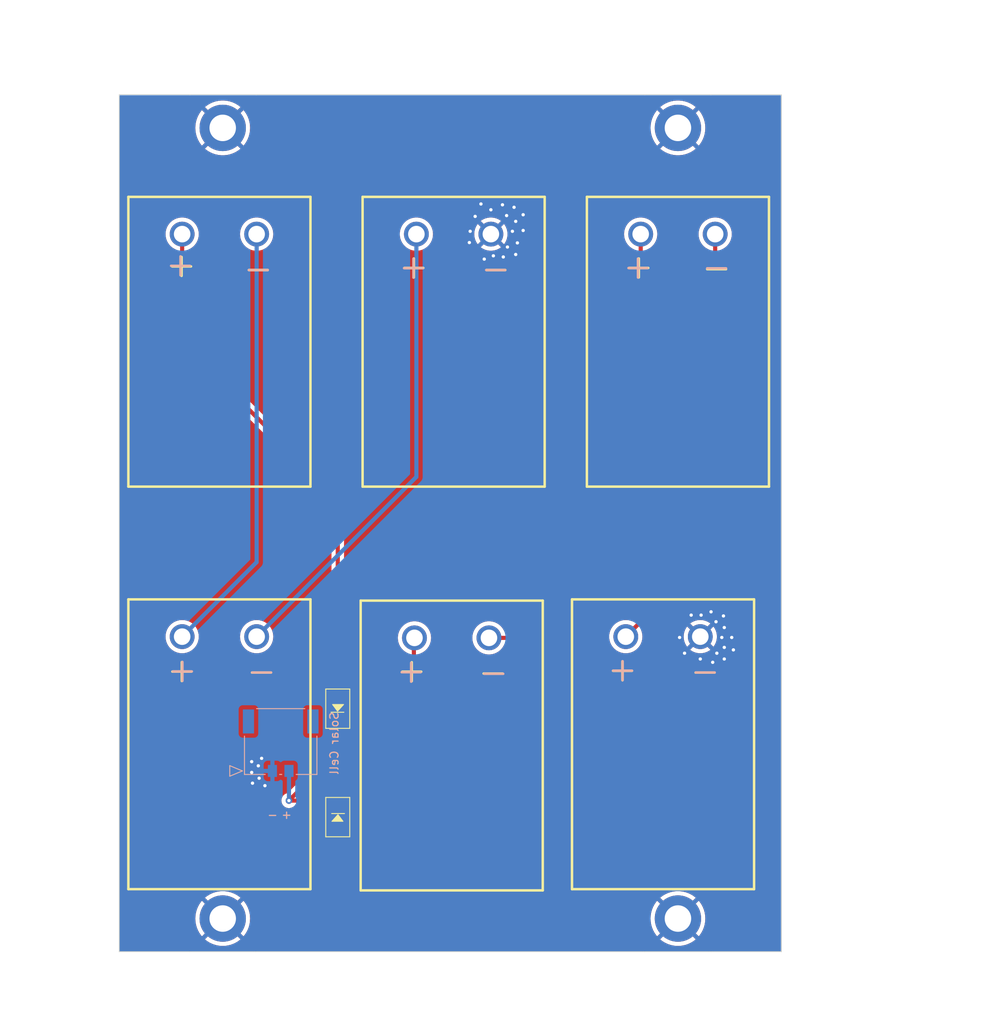
<source format=kicad_pcb>
(kicad_pcb (version 20221018) (generator pcbnew)
  (title_block (title "Solar Cell PCB (USB side)") (date "2023-01-03") (rev "3"))
  (layers (0 "F.Cu" signal) (31 "B.Cu" signal) (34 "B.Paste" user) (35 "F.Paste" user) (36 "B.SilkS" user "B.Silkscreen") (37 "F.SilkS" user "F.Silkscreen") (38 "B.Mask" user) (39 "F.Mask" user) (44 "Edge.Cuts" user))
  (net 0 "")
  (net 1 "GND")
  (net 2 "Net-(SC1-Pad2)")
  (net 3 "Net-(D1-Pad2)")
  (net 4 "Net-(D2-Pad2)")
  (net 5 "Net-(SC2-Pad2)")
  (net 6 "Net-(SC4-Pad2)")
  (net 7 "Net-(SC5-Pad2)")
  (net 8 "VSOLAR")
  (footprint "MountingHole:MountingHole_3.2mm_M3_DIN965_Pad" (layer "F.Cu") (at 84.6 42.75)
    (fp_text reference "H1")
    (fp_text value "MountingHole_Pad")
    (pad "1" thru_hole circle (at 0 0) (size 5.6 5.6) (drill 3.2) (layers "*.Cu" "*.Mask") (net 1 "GND"))
  )
  (footprint "ISP:SM101K07TF" (layer "F.Cu") (at 112.768 117.348 90)
    (fp_text reference "SC1")
    (fp_text value "SM101K07TF")
    (fp_text user "+" (at 8.85 -5.63 90) (layer "B.SilkS") (effects (font (size 3 3) (thickness 0.3)) (justify mirror)))
    (fp_text user "-" (at 8.92 4.5 180) (layer "F.SilkS") (effects (font (size 3 3) (thickness 0.3))))
    (fp_line (start -17.5 -11.5) (end 17.5 -11.5) (stroke (width 0.3)) (layer "F.SilkS"))
    (fp_line (start -17.5 10.5) (end -17.5 -11.5) (stroke (width 0.3)) (layer "F.SilkS"))
    (fp_line (start 17.5 -11.5) (end 17.5 10.5) (stroke (width 0.3)) (layer "F.SilkS"))
    (fp_line (start 17.5 10.5) (end -17.5 10.5) (stroke (width 0.3)) (layer "F.SilkS"))
    (pad "1" thru_hole circle (at 13 -5 90) (size 3 3) (drill 2) (layers "*.Mask" "F.Cu" "In1.Cu" "B.Cu") (net 3 "Net-(D1-Pad2)"))
    (pad "2" thru_hole circle (at 13 4 90) (size 3 3) (drill 2) (layers "*.Mask" "F.Cu" "In1.Cu" "B.Cu") (net 2 "Net-(SC1-Pad2)"))
  )
  (footprint "ISP:SM101K07TF" (layer "F.Cu") (at 138.3 117.2 90)
    (fp_text reference "SC3")
    (fp_text value "SM101K07TF")
    (fp_text user "+" (at 8.89 -5.62 90) (layer "B.SilkS") (effects (font (size 3 3) (thickness 0.3))))
    (fp_text user "-" (at 8.89 4.58) (layer "F.SilkS") (effects (font (size 3 3) (thickness 0.3))))
    (fp_line (start -17.5 -11.5) (end 17.5 -11.5) (stroke (width 0.3)) (layer "F.SilkS"))
    (fp_line (start -17.5 10.5) (end -17.5 -11.5) (stroke (width 0.3)) (layer "F.SilkS"))
    (fp_line (start 17.5 -11.5) (end 17.5 10.5) (stroke (width 0.3)) (layer "F.SilkS"))
    (fp_line (start 17.5 10.5) (end -17.5 10.5) (stroke (width 0.3)) (layer "F.SilkS"))
    (pad "1" thru_hole circle (at 13 -5 90) (size 3 3) (drill 2) (layers "*.Mask" "F.Cu" "In1.Cu" "B.Cu") (net 5 "Net-(SC2-Pad2)"))
    (pad "2" thru_hole circle (at 13 4 90) (size 3 3) (drill 2) (layers "*.Mask" "F.Cu" "In1.Cu" "B.Cu") (net 1 "GND"))
  )
  (footprint "ISP:DO-214AC" (layer "F.Cu") (at 98.5 112.9 90)
    (fp_text reference "D2")
    (fp_text value "CDBA240LL-HF")
    (fp_line (start -2.375 -1.45) (end 2.375 -1.45) (stroke (width 0.12)) (layer "F.SilkS"))
    (fp_line (start -2.375 1.45) (end -2.375 -1.45) (stroke (width 0.12)) (layer "F.SilkS"))
    (fp_line (start -2.375 1.45) (end 2.375 1.45) (stroke (width 0.12)) (layer "F.SilkS"))
    (fp_line (start -0.4318 -0.8128) (end -0.4318 0.7366) (stroke (width 0.12)) (layer "F.SilkS"))
    (fp_line (start 2.375 1.45) (end 2.375 -1.45) (stroke (width 0.12)) (layer "F.SilkS"))
    (fp_poly (pts (xy 0.508 0.7112) (xy -0.3048 -0.0254) (xy 0.508 -0.635)) (stroke (width 0.1)) (fill solid) (layer "F.SilkS"))
    (pad "1" smd rect (at -2 0 90) (size 2.5 1.7) (layers "F.Cu" "F.Paste" "F.Mask") (net 8 "VSOLAR"))
    (pad "2" smd rect (at 2 0 90) (size 2.5 1.7) (layers "F.Cu" "F.Paste" "F.Mask") (net 4 "Net-(D2-Pad2)"))
  )
  (footprint "MountingHole:MountingHole_3.2mm_M3_DIN965_Pad" (layer "F.Cu") (at 139.6 138.25)
    (fp_text reference "H7")
    (fp_text value "MountingHole_Pad")
    (pad "1" thru_hole circle (at 0 0) (size 5.6 5.6) (drill 3.2) (layers "*.Cu" "*.Mask") (net 1 "GND"))
  )
  (footprint "ISP:SM101K07TF" (layer "F.Cu") (at 84.7 117.2 90)
    (fp_text reference "SC5")
    (fp_text value "SM101K07TF")
    (fp_text user "+" (at 8.8 -5.2 90) (layer "B.SilkS") (effects (font (size 3 3) (thickness 0.3))))
    (fp_text user "-" (at 8.89 4.58) (layer "F.SilkS") (effects (font (size 3 3) (thickness 0.3))))
    (fp_line (start -17.5 -11.5) (end 17.5 -11.5) (stroke (width 0.3)) (layer "F.SilkS"))
    (fp_line (start -17.5 10.5) (end -17.5 -11.5) (stroke (width 0.3)) (layer "F.SilkS"))
    (fp_line (start 17.5 -11.5) (end 17.5 10.5) (stroke (width 0.3)) (layer "F.SilkS"))
    (fp_line (start 17.5 10.5) (end -17.5 10.5) (stroke (width 0.3)) (layer "F.SilkS"))
    (pad "1" thru_hole circle (at 13 -5 90) (size 3 3) (drill 2) (layers "*.Mask" "F.Cu" "In1.Cu" "B.Cu") (net 6 "Net-(SC4-Pad2)"))
    (pad "2" thru_hole circle (at 13 4 90) (size 3 3) (drill 2) (layers "*.Mask" "F.Cu" "In1.Cu" "B.Cu") (net 7 "Net-(SC5-Pad2)"))
  )
  (footprint "ISP:SM101K07TF" (layer "F.Cu") (at 140.1 68.58 90)
    (fp_text reference "SC2")
    (fp_text value "SM101K07TF")
    (fp_text user "+" (at 8.9 -5.56 90) (layer "B.SilkS") (effects (font (size 3 3) (thickness 0.3))))
    (fp_line (start -17.5 -11.5) (end 17.5 -11.5) (stroke (width 0.3)) (layer "F.SilkS"))
    (fp_line (start -17.5 10.5) (end -17.5 -11.5) (stroke (width 0.3)) (layer "F.SilkS"))
    (fp_line (start 17.5 -11.5) (end 17.5 10.5) (stroke (width 0.3)) (layer "F.SilkS"))
    (fp_line (start 17.5 10.5) (end -17.5 10.5) (stroke (width 0.3)) (layer "F.SilkS"))
    (pad "1" thru_hole circle (at 13 -5 90) (size 3 3) (drill 2) (layers "*.Mask" "F.Cu" "In1.Cu" "B.Cu") (net 2 "Net-(SC1-Pad2)"))
    (pad "2" thru_hole circle (at 13 4 90) (size 3 3) (drill 2) (layers "*.Mask" "F.Cu" "In1.Cu" "B.Cu") (net 5 "Net-(SC2-Pad2)"))
  )
  (footprint "ISP:DO-214AC" (layer "F.Cu") (at 98.5 126 -90)
    (fp_text reference "D1")
    (fp_text value "CDBA240LL-HF")
    (fp_line (start -2.375 -1.45) (end 2.375 -1.45) (stroke (width 0.12)) (layer "F.SilkS"))
    (fp_line (start -2.375 1.45) (end -2.375 -1.45) (stroke (width 0.12)) (layer "F.SilkS"))
    (fp_line (start -2.375 1.45) (end 2.375 1.45) (stroke (width 0.12)) (layer "F.SilkS"))
    (fp_line (start -0.4318 -0.8128) (end -0.4318 0.7366) (stroke (width 0.12)) (layer "F.SilkS"))
    (fp_line (start 2.375 1.45) (end 2.375 -1.45) (stroke (width 0.12)) (layer "F.SilkS"))
    (fp_poly (pts (xy 0.508 0.7112) (xy -0.3048 -0.0254) (xy 0.508 -0.635)) (stroke (width 0.1)) (fill solid) (layer "F.SilkS"))
    (pad "1" smd rect (at -2 0 270) (size 2.5 1.7) (layers "F.Cu" "F.Paste" "F.Mask") (net 8 "VSOLAR"))
    (pad "2" smd rect (at 2 0 270) (size 2.5 1.7) (layers "F.Cu" "F.Paste" "F.Mask") (net 3 "Net-(D1-Pad2)"))
  )
  (footprint "MountingHole:MountingHole_3.2mm_M3_DIN965_Pad" (layer "F.Cu") (at 84.6 138.25)
    (fp_text reference "H5")
    (fp_text value "MountingHole_Pad")
    (pad "1" thru_hole circle (at 0 0) (size 5.6 5.6) (drill 3.2) (layers "*.Cu" "*.Mask") (net 1 "GND"))
  )
  (footprint "ISP:SM101K07TF" (layer "F.Cu") (at 84.7 68.58 90)
    (fp_text reference "SC4")
    (fp_text value "SM101K07TF")
    (fp_text user "+" (at 9.1 -5.3 90) (layer "F.SilkS") (effects (font (size 3 3) (thickness 0.3))))
    (fp_text user "-" (at 8.89 4.2) (layer "F.SilkS") (effects (font (size 3 3) (thickness 0.3)) (justify mirror)))
    (fp_line (start -17.5 -11.5) (end 17.5 -11.5) (stroke (width 0.3)) (layer "F.SilkS"))
    (fp_line (start -17.5 10.5) (end -17.5 -11.5) (stroke (width 0.3)) (layer "F.SilkS"))
    (fp_line (start 17.5 -11.5) (end 17.5 10.5) (stroke (width 0.3)) (layer "F.SilkS"))
    (fp_line (start 17.5 10.5) (end -17.5 10.5) (stroke (width 0.3)) (layer "F.SilkS"))
    (pad "1" thru_hole circle (at 13 -5 90) (size 3 3) (drill 2) (layers "*.Mask" "F.Cu" "In1.Cu" "B.Cu") (net 4 "Net-(D2-Pad2)"))
    (pad "2" thru_hole circle (at 13 4 90) (size 3 3) (drill 2) (layers "*.Mask" "F.Cu" "In1.Cu" "B.Cu") (net 6 "Net-(SC4-Pad2)"))
  )
  (footprint "MountingHole:MountingHole_3.2mm_M3_DIN965_Pad" (layer "F.Cu") (at 139.6 42.75)
    (fp_text reference "H4")
    (fp_text value "MountingHole_Pad")
    (pad "1" thru_hole circle (at 0 0) (size 5.6 5.6) (drill 3.2) (layers "*.Cu" "*.Mask") (net 1 "GND"))
  )
  (footprint "ISP:SM101K07TF" (layer "F.Cu") (at 113 68.58 90)
    (fp_text reference "SC6")
    (fp_text value "SM101K07TF")
    (fp_text user "-" (at 8.89 4.58 180) (layer "B.SilkS") (effects (font (size 3 3) (thickness 0.3)) (justify mirror)))
    (fp_text user "+" (at 8.89 -5.58 90) (layer "B.SilkS") (effects (font (size 3 3) (thickness 0.3))))
    (fp_line (start -17.5 -11.5) (end 17.5 -11.5) (stroke (width 0.3)) (layer "F.SilkS"))
    (fp_line (start -17.5 10.5) (end -17.5 -11.5) (stroke (width 0.3)) (layer "F.SilkS"))
    (fp_line (start 17.5 -11.5) (end 17.5 10.5) (stroke (width 0.3)) (layer "F.SilkS"))
    (fp_line (start 17.5 10.5) (end -17.5 10.5) (stroke (width 0.3)) (layer "F.SilkS"))
    (pad "1" thru_hole circle (at 13 -5 90) (size 3 3) (drill 2) (layers "*.Mask" "F.Cu" "In1.Cu" "B.Cu") (net 7 "Net-(SC5-Pad2)"))
    (pad "2" thru_hole circle (at 13 4 90) (size 3 3) (drill 2) (layers "*.Mask" "F.Cu" "In1.Cu" "B.Cu") (net 1 "GND"))
  )
  (footprint "Molex_PicoLock_2p_2mm_2053380002:2053380002" (layer "B.Cu") (at 90.605 120.42 180)
    (fp_text reference "J1")
    (fp_text value "Solar Cell" (at -7.475 3.34 270) (layer "B.SilkS") (effects (justify mirror)))
    (fp_line (start -5.374991 -0.425) (end -2.870041 -0.425) (stroke (width 0.12)) (layer "B.SilkS"))
    (fp_line (start -5.374991 4.20496) (end -5.374991 -0.425) (stroke (width 0.12)) (layer "B.SilkS"))
    (fp_line (start -1.129961 -0.425) (end -0.87004 -0.425) (stroke (width 0.12)) (layer "B.SilkS"))
    (fp_line (start 0.87004 -0.425) (end 3.374992 -0.425) (stroke (width 0.12)) (layer "B.SilkS"))
    (fp_line (start 1.915982 7.525) (end -3.915981 7.525) (stroke (width 0.12)) (layer "B.SilkS"))
    (fp_line (start 3.374992 -0.425) (end 3.374992 4.20496) (stroke (width 0.12)) (layer "B.SilkS"))
    (fp_line (start 3.628992 0) (end 5.152992 0.635) (stroke (width 0.12)) (layer "B.SilkS"))
    (fp_line (start 5.152992 -0.635) (end 3.628992 0) (stroke (width 0.12)) (layer "B.SilkS"))
    (fp_line (start 5.152992 0.635) (end 5.152992 -0.635) (stroke (width 0.12)) (layer "B.SilkS"))
    (pad "1" smd rect (at 0 0 180) (size 1.1 1.45) (layers "B.Cu" "B.Paste" "B.Mask") (net 1 "GND"))
    (pad "2" smd rect (at -2.000001 0 180) (size 1.1 1.45) (layers "B.Cu" "B.Paste" "B.Mask") (net 8 "VSOLAR"))
    (pad "3" smd rect (at 2.894998 5.974999 180) (size 1.35 2.899999) (layers "B.Cu" "B.Paste" "B.Mask"))
    (pad "4" smd rect (at -4.894997 5.974999 180) (size 1.35 2.899999) (layers "B.Cu" "B.Paste" "B.Mask"))
  )
  (gr_line (start 143.6 38.75) (end 152.1 38.75) (stroke (width 0.1)) (layer "Edge.Cuts"))
  (gr_line (start 80.6 142.25) (end 88.6 142.25) (stroke (width 0.1)) (layer "Edge.Cuts"))
  (gr_line (start 135.6 142.25) (end 88.6 142.25) (stroke (width 0.1)) (layer "Edge.Cuts"))
  (gr_line (start 80.65 38.75) (end 88.65 38.75) (stroke (width 0.1)) (layer "Edge.Cuts"))
  (gr_line (start 135.6 38.75) (end 143.6 38.75) (stroke (width 0.1)) (layer "Edge.Cuts"))
  (gr_line (start 152.1 38.75) (end 152.1 142.25) (stroke (width 0.1)) (layer "Edge.Cuts"))
  (gr_line (start 80.6 142.25) (end 72.1 142.25) (stroke (width 0.1)) (layer "Edge.Cuts"))
  (gr_line (start 143.6 142.25) (end 152.1 142.25) (stroke (width 0.1)) (layer "Edge.Cuts"))
  (gr_line (start 135.6 142.25) (end 143.6 142.25) (stroke (width 0.1)) (layer "Edge.Cuts"))
  (gr_line (start 88.65 38.75) (end 135.6 38.75) (stroke (width 0.1)) (layer "Edge.Cuts"))
  (gr_line (start 80.65 38.75) (end 72.1 38.75) (stroke (width 0.1)) (layer "Edge.Cuts"))
  (gr_line (start 72.1 142.25) (end 72.1 38.75) (stroke (width 0.1)) (layer "Edge.Cuts"))
  (gr_text "-\n" (at 90.62 125.72) (layer "B.SilkS") (effects (font (size 1 1)) (justify mirror)))
  (gr_text "-" (at 89.3 108.3) (layer "B.SilkS") (effects (font (size 3 3) (thickness 0.3))))
  (gr_text "+" (at 92.32 125.7) (layer "B.SilkS") (effects (font (size 1 1)) (justify mirror)))
  (gr_text "-" (at 117.348 108.458) (layer "B.SilkS") (effects (font (size 3 3) (thickness 0.3))))
  (gr_text "+" (at 79.502 59.182) (layer "B.SilkS") (effects (font (size 3 3) (thickness 0.3))))
  (gr_text "-" (at 144.272 59.944 180) (layer "B.SilkS") (effects (font (size 3 3) (thickness 0.3))))
  (gr_text "-" (at 88.9 59.69) (layer "B.SilkS") (effects (font (size 3 3) (thickness 0.3))))
  (gr_text "-" (at 142.9 108.3) (layer "B.SilkS") (effects (font (size 3 3) (thickness 0.3))))
  (gr_text "+" (at 134.874 59.436) (layer "F.SilkS") (effects (font (size 3 3) (thickness 0.3))))
  (gr_text "+" (at 132.9 108.1) (layer "F.SilkS") (effects (font (size 3 3) (thickness 0.3))))
  (gr_text "+" (at 107.696 59.436) (layer "F.SilkS") (effects (font (size 3 3) (thickness 0.3))))
  (gr_text "-" (at 144.272 60.044 -180) (layer "F.SilkS") (effects (font (size 3 3) (thickness 0.3)) (justify mirror)))
  (gr_text "+" (at 79.66 108.19) (layer "F.SilkS") (effects (font (size 3 3) (thickness 0.3))))
  (gr_text "-" (at 117.602 59.69) (layer "F.SilkS") (effects (font (size 3 3) (thickness 0.3))))
  (gr_text "+" (at 107.442 108.204) (layer "F.SilkS") (effects (font (size 3 3) (thickness 0.3))))
  (via (at 146.1 104.3) (size 0.8) (drill 0.4) (layers "F.Cu" "B.Cu") (net 1))
  (via (at 145.2 106.9) (size 0.8) (drill 0.4) (layers "F.Cu" "B.Cu") (net 1))
  (via (at 144.3 106.2) (size 0.8) (drill 0.4) (layers "F.Cu" "B.Cu") (net 1))
  (via (at 142.4 101.6) (size 0.8) (drill 0.4) (layers "F.Cu" "B.Cu") (net 1))
  (via (at 120 58.04) (size 0.8) (drill 0.4) (layers "F.Cu" "B.Cu") (net 1))
  (via (at 144.2 102.4) (size 0.8) (drill 0.4) (layers "F.Cu" "B.Cu") (net 1))
  (via (at 120.9 53.24) (size 0.8) (drill 0.4) (layers "F.Cu" "B.Cu") (net 1))
  (via (at 141.2 101.6) (size 0.8) (drill 0.4) (layers "F.Cu" "B.Cu") (net 1))
  (via (at 117.3 58.2) (size 0.8) (drill 0.4) (layers "F.Cu" "B.Cu") (net 1))
  (via (at 118.4 52.04) (size 0.8) (drill 0.4) (layers "F.Cu" "B.Cu") (net 1))
  (via (at 120.9 55.14) (size 0.8) (drill 0.4) (layers "F.Cu" "B.Cu") (net 1))
  (via (at 116.2 58.6) (size 0.8) (drill 0.4) (layers "F.Cu" "B.Cu") (net 1))
  (via (at 118.9 53.34) (size 0.8) (drill 0.4) (layers "F.Cu" "B.Cu") (net 1))
  (via (at 89.3 118.9) (size 0.8) (drill 0.4) (layers "F.Cu" "B.Cu") (net 1))
  (via (at 88.1 120.6) (size 0.8) (drill 0.4) (layers "F.Cu" "B.Cu") (net 1))
  (via (at 114.5 55.24) (size 0.8) (drill 0.4) (layers "F.Cu" "B.Cu") (net 1))
  (via (at 115.1 53.44) (size 0.8) (drill 0.4) (layers "F.Cu" "B.Cu") (net 1))
  (via (at 142.3 106.9) (size 0.8) (drill 0.4) (layers "F.Cu" "B.Cu") (net 1))
  (via (at 120.2 56.64) (size 0.8) (drill 0.4) (layers "F.Cu" "B.Cu") (net 1))
  (via (at 88.2 121.9) (size 0.8) (drill 0.4) (layers "F.Cu" "B.Cu") (net 1))
  (via (at 119.6 55.24) (size 0.8) (drill 0.4) (layers "F.Cu" "B.Cu") (net 1))
  (via (at 89 121.3) (size 0.8) (drill 0.4) (layers "F.Cu" "B.Cu") (net 1))
  (via (at 145.2 105.5) (size 0.8) (drill 0.4) (layers "F.Cu" "B.Cu") (net 1))
  (via (at 120 54.04) (size 0.8) (drill 0.4) (layers "F.Cu" "B.Cu") (net 1))
  (via (at 88.1 119.3) (size 0.8) (drill 0.4) (layers "F.Cu" "B.Cu") (net 1))
  (via (at 144.9 104.3) (size 0.8) (drill 0.4) (layers "F.Cu" "B.Cu") (net 1))
  (via (at 115.8 51.94) (size 0.8) (drill 0.4) (layers "F.Cu" "B.Cu") (net 1))
  (via (at 140.4 106.2) (size 0.8) (drill 0.4) (layers "F.Cu" "B.Cu") (net 1))
  (via (at 119 57.14) (size 0.8) (drill 0.4) (layers "F.Cu" "B.Cu") (net 1))
  (via (at 88.9 119.8) (size 0.8) (drill 0.4) (layers "F.Cu" "B.Cu") (net 1))
  (via (at 117 52.64) (size 0.8) (drill 0.4) (layers "F.Cu" "B.Cu") (net 1))
  (via (at 118.5 58.34) (size 0.8) (drill 0.4) (layers "F.Cu" "B.Cu") (net 1))
  (via (at 139.8 104.3) (size 0.8) (drill 0.4) (layers "F.Cu" "B.Cu") (net 1))
  (via (at 145.2 103.1) (size 0.8) (drill 0.4) (layers "F.Cu" "B.Cu") (net 1))
  (via (at 114.4 56.6) (size 0.8) (drill 0.4) (layers "F.Cu" "B.Cu") (net 1))
  (via (at 89.7 122.2) (size 0.8) (drill 0.4) (layers "F.Cu" "B.Cu") (net 1))
  (via (at 143.8 107.3) (size 0.8) (drill 0.4) (layers "F.Cu" "B.Cu") (net 1))
  (via (at 119.8 52.34) (size 0.8) (drill 0.4) (layers "F.Cu" "B.Cu") (net 1))
  (via (at 145.1 101.7) (size 0.8) (drill 0.4) (layers "F.Cu" "B.Cu") (net 1))
  (via (at 143.6 101.2) (size 0.8) (drill 0.4) (layers "F.Cu" "B.Cu") (net 1))
  (via (at 146.3 105.8) (size 0.8) (drill 0.4) (layers "F.Cu" "B.Cu") (net 1))
  (segment (start 135.1 93.6) (end 135.1 55.58) (width 0.5) (layer "F.Cu") (net 2))
  (segment (start 124.352 104.348) (end 135.1 93.6) (width 0.5) (layer "F.Cu") (net 2))
  (segment (start 116.768 104.348) (end 124.352 104.348) (width 0.5) (layer "F.Cu") (net 2))
  (segment (start 107.696 104.42) (end 107.768 104.348) (width 0.5) (layer "F.Cu") (net 3))
  (segment (start 107.696 119.888) (end 107.696 104.42) (width 0.5) (layer "F.Cu") (net 3))
  (segment (start 98.5 128) (end 99.584 128) (width 0.5) (layer "F.Cu") (net 3))
  (segment (start 99.584 128) (end 107.696 119.888) (width 0.5) (layer "F.Cu") (net 3))
  (segment (start 79.7 68.7) (end 79.7 55.58) (width 0.5) (layer "F.Cu") (net 4))
  (segment (start 79.7 68.7) (end 98.5 87.5) (width 0.5) (layer "F.Cu") (net 4))
  (segment (start 98.5 87.5) (end 98.5 110.9) (width 0.5) (layer "F.Cu") (net 4))
  (segment (start 133.3 104.2) (end 144.1 93.4) (width 0.5) (layer "F.Cu") (net 5))
  (segment (start 144.1 93.4) (end 144.1 55.58) (width 0.5) (layer "F.Cu") (net 5))
  (segment (start 88.7 95.2) (end 88.7 55.58) (width 0.5) (layer "B.Cu") (net 6))
  (segment (start 79.7 104.2) (end 88.7 95.2) (width 0.5) (layer "B.Cu") (net 6))
  (segment (start 108 84.9) (end 108 55.58) (width 0.5) (layer "B.Cu") (net 7))
  (segment (start 88.7 104.2) (end 108 84.9) (width 0.5) (layer "B.Cu") (net 7))
  (segment (start 92.6 124) (end 98.5 124) (width 0.5) (layer "F.Cu") (net 8))
  (segment (start 92.6 124) (end 98.5 118.1) (width 0.5) (layer "F.Cu") (net 8))
  (segment (start 98.5 118.1) (end 98.5 114.9) (width 0.5) (layer "F.Cu") (net 8))
  (via (at 92.6 124) (size 0.8) (drill 0.4) (layers "F.Cu" "B.Cu") (net 8))
  (segment (start 92.605001 123.994999) (end 92.605001 120.42) (width 0.5) (layer "B.Cu") (net 8))
  (zone (net 1) (net_name "GND") (layers "F&B.Cu") (connect_pads (clearance 0.508)) (min_thickness 0.254) (fill yes (thermal_gap 0.508) (thermal_bridge_width 0.508))
    (polygon (pts (xy 153.800938 37.106923) (xy 153.700938 143.006923) (xy 70.400938 143.406923) (xy 70.000938 36.906923)))
  )
)
</source>
